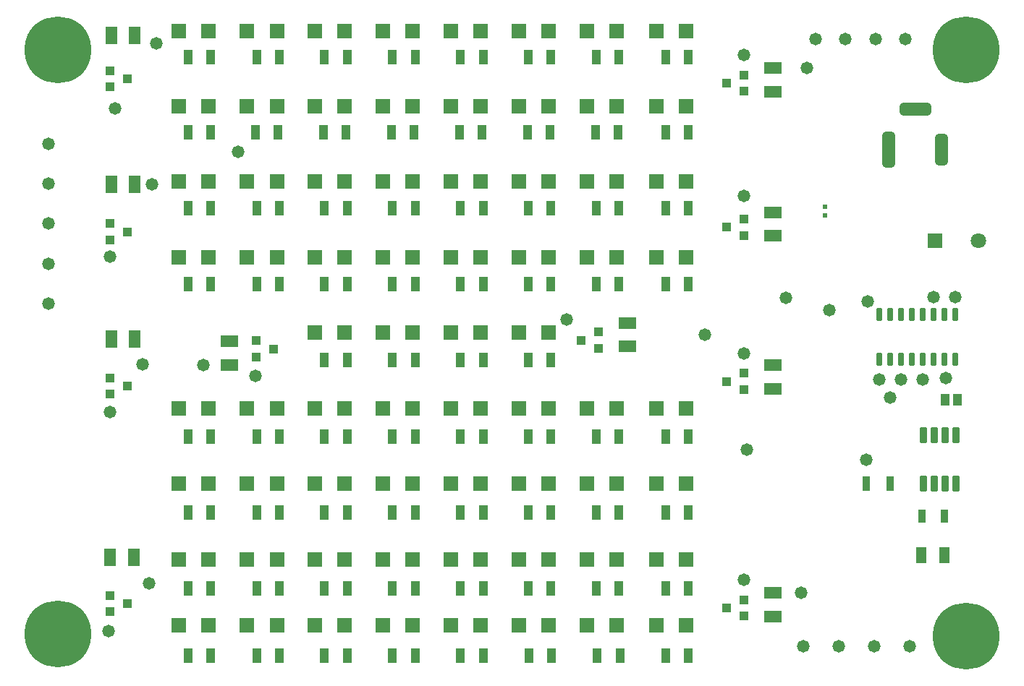
<source format=gts>
G04*
G04 #@! TF.GenerationSoftware,Altium Limited,Altium Designer,20.1.12 (249)*
G04*
G04 Layer_Color=8388736*
%FSLAX25Y25*%
%MOIN*%
G70*
G04*
G04 #@! TF.SameCoordinates,9558268F-E582-4542-BACD-EEF3D3045912*
G04*
G04*
G04 #@! TF.FilePolarity,Negative*
G04*
G01*
G75*
%ADD17R,0.01968X0.01870*%
%ADD18R,0.03378X0.06150*%
%ADD20R,0.04152X0.05339*%
%ADD21R,0.03740X0.06693*%
%ADD29C,0.05800*%
G04:AMPARAMS|DCode=30|XSize=33.59mil|YSize=72.96mil|CornerRadius=5.92mil|HoleSize=0mil|Usage=FLASHONLY|Rotation=0.000|XOffset=0mil|YOffset=0mil|HoleType=Round|Shape=RoundedRectangle|*
%AMROUNDEDRECTD30*
21,1,0.03359,0.06112,0,0,0.0*
21,1,0.02175,0.07296,0,0,0.0*
1,1,0.01184,0.01088,-0.03056*
1,1,0.01184,-0.01088,-0.03056*
1,1,0.01184,-0.01088,0.03056*
1,1,0.01184,0.01088,0.03056*
%
%ADD30ROUNDEDRECTD30*%
G04:AMPARAMS|DCode=31|XSize=29.65mil|YSize=57.21mil|CornerRadius=5.95mil|HoleSize=0mil|Usage=FLASHONLY|Rotation=0.000|XOffset=0mil|YOffset=0mil|HoleType=Round|Shape=RoundedRectangle|*
%AMROUNDEDRECTD31*
21,1,0.02965,0.04532,0,0,0.0*
21,1,0.01776,0.05721,0,0,0.0*
1,1,0.01190,0.00888,-0.02266*
1,1,0.01190,-0.00888,-0.02266*
1,1,0.01190,-0.00888,0.02266*
1,1,0.01190,0.00888,0.02266*
%
%ADD31ROUNDEDRECTD31*%
%ADD32R,0.04540X0.07493*%
%ADD33R,0.06706X0.06706*%
%ADD34R,0.04343X0.06902*%
%ADD35R,0.04343X0.03950*%
%ADD36R,0.05721X0.07887*%
%ADD37R,0.07887X0.05721*%
G04:AMPARAMS|DCode=38|XSize=165.48mil|YSize=59.18mil|CornerRadius=16.8mil|HoleSize=0mil|Usage=FLASHONLY|Rotation=270.000|XOffset=0mil|YOffset=0mil|HoleType=Round|Shape=RoundedRectangle|*
%AMROUNDEDRECTD38*
21,1,0.16548,0.02559,0,0,270.0*
21,1,0.13189,0.05918,0,0,270.0*
1,1,0.03359,-0.01280,-0.06594*
1,1,0.03359,-0.01280,0.06594*
1,1,0.03359,0.01280,0.06594*
1,1,0.03359,0.01280,-0.06594*
%
%ADD38ROUNDEDRECTD38*%
G04:AMPARAMS|DCode=39|XSize=145.8mil|YSize=59.18mil|CornerRadius=16.8mil|HoleSize=0mil|Usage=FLASHONLY|Rotation=270.000|XOffset=0mil|YOffset=0mil|HoleType=Round|Shape=RoundedRectangle|*
%AMROUNDEDRECTD39*
21,1,0.14580,0.02559,0,0,270.0*
21,1,0.11221,0.05918,0,0,270.0*
1,1,0.03359,-0.01280,-0.05610*
1,1,0.03359,-0.01280,0.05610*
1,1,0.03359,0.01280,0.05610*
1,1,0.03359,0.01280,-0.05610*
%
%ADD39ROUNDEDRECTD39*%
G04:AMPARAMS|DCode=40|XSize=145.8mil|YSize=59.18mil|CornerRadius=16.8mil|HoleSize=0mil|Usage=FLASHONLY|Rotation=0.000|XOffset=0mil|YOffset=0mil|HoleType=Round|Shape=RoundedRectangle|*
%AMROUNDEDRECTD40*
21,1,0.14580,0.02559,0,0,0.0*
21,1,0.11221,0.05918,0,0,0.0*
1,1,0.03359,0.05610,-0.01280*
1,1,0.03359,-0.05610,-0.01280*
1,1,0.03359,-0.05610,0.01280*
1,1,0.03359,0.05610,0.01280*
%
%ADD40ROUNDEDRECTD40*%
%ADD41C,0.07099*%
%ADD42R,0.07099X0.07099*%
%ADD43C,0.30800*%
D17*
X615500Y386482D02*
D03*
Y390518D02*
D03*
D18*
X659868Y248000D02*
D03*
X670317D02*
D03*
D20*
X670643Y301500D02*
D03*
X676357D02*
D03*
D21*
X645512Y263000D02*
D03*
X634488D02*
D03*
D29*
X257631Y401125D02*
D03*
X654500Y188000D02*
D03*
X638667Y468000D02*
D03*
X652500D02*
D03*
X257631Y419500D02*
D03*
X611000Y468000D02*
D03*
X624833D02*
D03*
X638167Y188000D02*
D03*
X605500D02*
D03*
X621833D02*
D03*
X257631Y382750D02*
D03*
Y346000D02*
D03*
Y364375D02*
D03*
X604500Y212500D02*
D03*
X579500Y278500D02*
D03*
X560000Y331500D02*
D03*
X353000Y312500D02*
D03*
X307500Y466000D02*
D03*
X286000Y367500D02*
D03*
X301000Y318000D02*
D03*
X304000Y217000D02*
D03*
X635000Y347000D02*
D03*
X675500Y349000D02*
D03*
X660500Y311000D02*
D03*
X665500Y349000D02*
D03*
X634500Y274000D02*
D03*
X640500Y311000D02*
D03*
X617500Y343000D02*
D03*
X650500Y311000D02*
D03*
X671000Y311500D02*
D03*
X645500Y302500D02*
D03*
X305500Y401000D02*
D03*
X597500Y348500D02*
D03*
X496500Y338500D02*
D03*
X607000Y454500D02*
D03*
X329000Y317519D02*
D03*
X288500Y436000D02*
D03*
X578000Y218500D02*
D03*
X285500Y195000D02*
D03*
X286000Y296000D02*
D03*
X345000Y416000D02*
D03*
X578000Y323000D02*
D03*
Y395500D02*
D03*
Y460500D02*
D03*
D30*
X675671Y285122D02*
D03*
X670671D02*
D03*
X665671D02*
D03*
X660671D02*
D03*
X675671Y262878D02*
D03*
X670671D02*
D03*
X665671D02*
D03*
X660671D02*
D03*
D31*
X640500Y340835D02*
D03*
X675500Y320165D02*
D03*
X670500D02*
D03*
X665500D02*
D03*
X660500D02*
D03*
X655500D02*
D03*
X650500D02*
D03*
X640500D02*
D03*
X650500Y340835D02*
D03*
X655500D02*
D03*
X675500D02*
D03*
X645500Y320165D02*
D03*
Y340835D02*
D03*
X660500D02*
D03*
X670500D02*
D03*
X665500D02*
D03*
D32*
X670500Y230000D02*
D03*
X659673D02*
D03*
D33*
X317610Y228000D02*
D03*
X331390D02*
D03*
X349110D02*
D03*
X362889D02*
D03*
X380410D02*
D03*
X394189D02*
D03*
X380410Y332500D02*
D03*
X394189D02*
D03*
X411710Y228000D02*
D03*
X425489D02*
D03*
X411710Y332500D02*
D03*
X425489D02*
D03*
X443010Y228000D02*
D03*
X456789D02*
D03*
X443010Y332500D02*
D03*
X456789D02*
D03*
X474310Y228000D02*
D03*
X488089D02*
D03*
X474310Y332500D02*
D03*
X488089D02*
D03*
X505610Y228000D02*
D03*
X519389D02*
D03*
X551390D02*
D03*
X537610D02*
D03*
X317610Y297666D02*
D03*
X331390D02*
D03*
X317610Y367333D02*
D03*
X331390D02*
D03*
X317610Y402166D02*
D03*
X331390D02*
D03*
X317610Y437000D02*
D03*
X331390D02*
D03*
Y471500D02*
D03*
X317610D02*
D03*
X349110Y297666D02*
D03*
X362889D02*
D03*
X349110Y367333D02*
D03*
X362889D02*
D03*
X349110Y402166D02*
D03*
X362889D02*
D03*
Y437000D02*
D03*
X349110D02*
D03*
X362889Y471500D02*
D03*
X349110D02*
D03*
X380410Y297666D02*
D03*
X394189D02*
D03*
X380410Y367333D02*
D03*
X394189D02*
D03*
X380410Y402166D02*
D03*
X394189D02*
D03*
Y437000D02*
D03*
X380410D02*
D03*
X394189Y471500D02*
D03*
X380410D02*
D03*
X411710Y297666D02*
D03*
X425489D02*
D03*
X411710Y367333D02*
D03*
X425489D02*
D03*
X411710Y402166D02*
D03*
X425489D02*
D03*
Y437000D02*
D03*
X411710D02*
D03*
X425489Y471500D02*
D03*
X411710D02*
D03*
X443010Y297666D02*
D03*
X456789D02*
D03*
X443010Y367333D02*
D03*
X456789D02*
D03*
X443010Y402166D02*
D03*
X456789D02*
D03*
Y437000D02*
D03*
X443010D02*
D03*
X456789Y471500D02*
D03*
X443010D02*
D03*
X474310Y297666D02*
D03*
X488089D02*
D03*
X474310Y367333D02*
D03*
X488089D02*
D03*
X474310Y402166D02*
D03*
X488089D02*
D03*
Y437000D02*
D03*
X474310D02*
D03*
X488089Y471500D02*
D03*
X474310D02*
D03*
X519389Y297666D02*
D03*
X505610D02*
D03*
X519390Y367333D02*
D03*
X505610D02*
D03*
X505610Y402166D02*
D03*
X519389D02*
D03*
X519390Y437000D02*
D03*
X505610D02*
D03*
X519390Y471500D02*
D03*
X505610D02*
D03*
X551390Y297666D02*
D03*
X537610D02*
D03*
X551390Y367333D02*
D03*
X537610D02*
D03*
X551390Y402166D02*
D03*
X537610D02*
D03*
X551390Y437000D02*
D03*
X537610D02*
D03*
X551390Y471500D02*
D03*
X537610D02*
D03*
X317610Y197500D02*
D03*
X331390D02*
D03*
X317610Y262833D02*
D03*
X331390D02*
D03*
X349110Y197500D02*
D03*
X362889D02*
D03*
X349110Y262833D02*
D03*
X362889D02*
D03*
X380410Y197500D02*
D03*
X394189D02*
D03*
X380410Y262833D02*
D03*
X394189D02*
D03*
X411710Y197500D02*
D03*
X425489D02*
D03*
X411710Y262833D02*
D03*
X425489D02*
D03*
X443010Y197500D02*
D03*
X456789D02*
D03*
X443010Y262833D02*
D03*
X456789D02*
D03*
X474310Y197500D02*
D03*
X488089D02*
D03*
X474310Y262833D02*
D03*
X488089D02*
D03*
X505610Y197500D02*
D03*
X519389D02*
D03*
X505610Y262833D02*
D03*
X519389D02*
D03*
X537610Y197500D02*
D03*
X551390D02*
D03*
Y262833D02*
D03*
X537610D02*
D03*
D34*
X332472Y284667D02*
D03*
X322039D02*
D03*
Y459500D02*
D03*
X332472D02*
D03*
X363972Y284667D02*
D03*
X353539D02*
D03*
Y459500D02*
D03*
X363972D02*
D03*
X384839D02*
D03*
X395272D02*
D03*
Y284667D02*
D03*
X384839D02*
D03*
X416139Y459500D02*
D03*
X426572D02*
D03*
X416139Y284667D02*
D03*
X426572D02*
D03*
X447439Y459500D02*
D03*
X457872D02*
D03*
X447439Y284667D02*
D03*
X457872D02*
D03*
X489172D02*
D03*
X478739D02*
D03*
Y459500D02*
D03*
X489172D02*
D03*
X510039Y284667D02*
D03*
X520472D02*
D03*
X510039Y459500D02*
D03*
X520472D02*
D03*
X542039Y284667D02*
D03*
X552472D02*
D03*
X542039Y459500D02*
D03*
X552472D02*
D03*
X332472Y183500D02*
D03*
X322039D02*
D03*
X332472Y214500D02*
D03*
X322039D02*
D03*
X332472Y249583D02*
D03*
X322039D02*
D03*
X332472Y425000D02*
D03*
X322039D02*
D03*
X363972Y183500D02*
D03*
X353539D02*
D03*
Y214500D02*
D03*
X363972D02*
D03*
X353539Y249583D02*
D03*
X363972D02*
D03*
X353039Y425000D02*
D03*
X363472D02*
D03*
X395272Y183500D02*
D03*
X384839D02*
D03*
Y214500D02*
D03*
X395272D02*
D03*
X384839Y249583D02*
D03*
X395272D02*
D03*
Y319750D02*
D03*
X384839D02*
D03*
X384339Y425000D02*
D03*
X394772D02*
D03*
X426572Y183500D02*
D03*
X416139D02*
D03*
Y214500D02*
D03*
X426572D02*
D03*
X416139Y249583D02*
D03*
X426572D02*
D03*
X416139Y319750D02*
D03*
X426572D02*
D03*
X415639Y425000D02*
D03*
X426072D02*
D03*
X457872Y183500D02*
D03*
X447439D02*
D03*
Y214500D02*
D03*
X457872D02*
D03*
X447439Y249583D02*
D03*
X457872D02*
D03*
X447439Y319750D02*
D03*
X457872D02*
D03*
X446939Y425000D02*
D03*
X457372D02*
D03*
X489406Y183500D02*
D03*
X478972D02*
D03*
X478739Y214500D02*
D03*
X489172D02*
D03*
X478739Y249583D02*
D03*
X489172D02*
D03*
Y319750D02*
D03*
X478739D02*
D03*
X478239Y425000D02*
D03*
X488672D02*
D03*
X520939Y183500D02*
D03*
X510506D02*
D03*
X510039Y214500D02*
D03*
X520472D02*
D03*
X510039Y249583D02*
D03*
X520472D02*
D03*
X509539Y425000D02*
D03*
X519972D02*
D03*
X552472Y183500D02*
D03*
X542039D02*
D03*
Y214500D02*
D03*
X552472D02*
D03*
X542039Y249583D02*
D03*
X552472D02*
D03*
X542039Y425000D02*
D03*
X552472D02*
D03*
X332472Y354833D02*
D03*
X322039D02*
D03*
X332472Y389917D02*
D03*
X322039D02*
D03*
X363972Y354833D02*
D03*
X353539D02*
D03*
Y389917D02*
D03*
X363972D02*
D03*
X395272Y354833D02*
D03*
X384839D02*
D03*
X384839Y389917D02*
D03*
X395272D02*
D03*
X416139Y354833D02*
D03*
X426572D02*
D03*
X416139Y389917D02*
D03*
X426572D02*
D03*
X447439Y354833D02*
D03*
X457872D02*
D03*
X447439Y389917D02*
D03*
X457872D02*
D03*
X489172Y354833D02*
D03*
X478739D02*
D03*
X478739Y389917D02*
D03*
X489172D02*
D03*
X510039Y354833D02*
D03*
X520472D02*
D03*
X510039Y389917D02*
D03*
X520472D02*
D03*
X542039Y354833D02*
D03*
X552472D02*
D03*
X542039Y389917D02*
D03*
X552472D02*
D03*
D35*
X503063Y329000D02*
D03*
X510937Y332740D02*
D03*
Y325260D02*
D03*
X293937Y207500D02*
D03*
X286063Y203760D02*
D03*
Y211240D02*
D03*
X293937Y307933D02*
D03*
X286063Y304193D02*
D03*
Y311673D02*
D03*
X293937Y379000D02*
D03*
X286063Y375260D02*
D03*
Y382740D02*
D03*
X577937Y201760D02*
D03*
Y209240D02*
D03*
X570063Y205500D02*
D03*
Y310000D02*
D03*
X577937Y313740D02*
D03*
Y306260D02*
D03*
X570063Y381067D02*
D03*
X577937Y384807D02*
D03*
Y377327D02*
D03*
X293937Y449500D02*
D03*
X286063Y445760D02*
D03*
Y453240D02*
D03*
X361381Y325000D02*
D03*
X353507Y321260D02*
D03*
Y328740D02*
D03*
X570063Y447500D02*
D03*
X577937Y451240D02*
D03*
Y443760D02*
D03*
D36*
X296913Y229000D02*
D03*
X286087D02*
D03*
X297413Y329500D02*
D03*
X286587D02*
D03*
X297413Y401000D02*
D03*
X286587D02*
D03*
Y469500D02*
D03*
X297413D02*
D03*
D37*
X524500Y336913D02*
D03*
Y326087D02*
D03*
X591500Y201587D02*
D03*
Y212413D02*
D03*
Y306587D02*
D03*
Y317413D02*
D03*
X341000Y317587D02*
D03*
Y328413D02*
D03*
X591500Y377087D02*
D03*
Y387913D02*
D03*
Y443587D02*
D03*
Y454413D02*
D03*
D38*
X644591Y417000D02*
D03*
D39*
X669000D02*
D03*
D40*
X657189Y435504D02*
D03*
D41*
X686000Y375000D02*
D03*
D42*
X666000D02*
D03*
D43*
X680500Y192500D02*
D03*
Y463000D02*
D03*
X262000Y193500D02*
D03*
Y463000D02*
D03*
M02*

</source>
